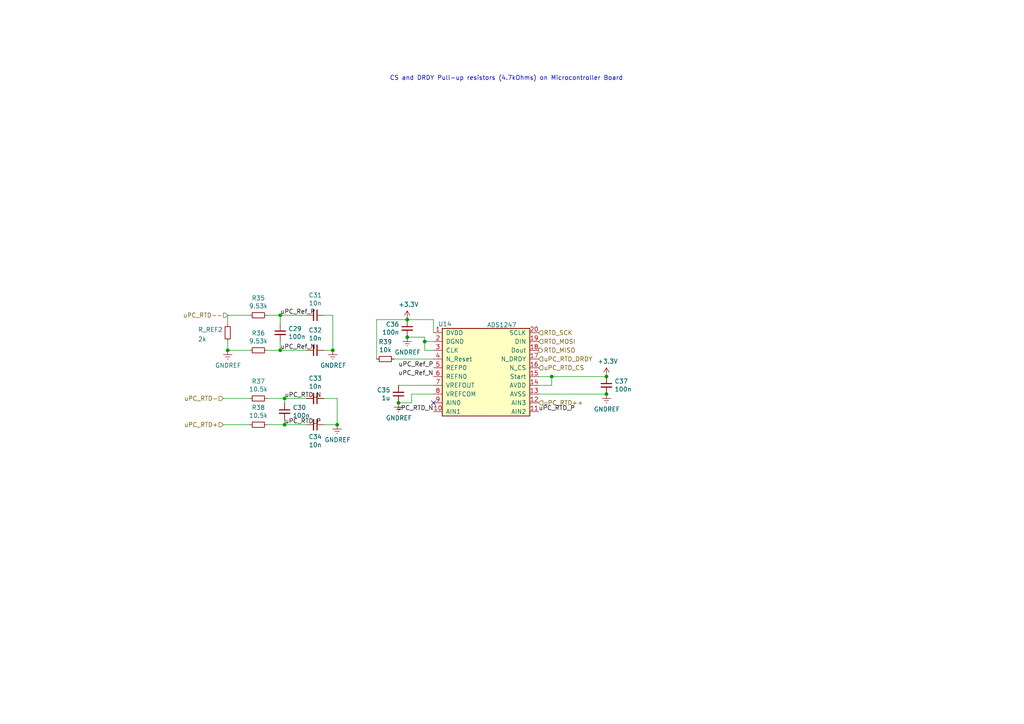
<source format=kicad_sch>
(kicad_sch (version 20250114) (generator "eeschema") (generator_version "9.0")
  (paper "A4")
  (lib_symbols
    (symbol "ADS1247_2" (pin_names (offset 1.016))
      (property "Reference" "U" (at -11.938 1.27 0))
      (property "Value" "ADS1247" (at 4.572 1.016 0))
      (symbol "ADS1247_2_0_1"
        (rectangle (start -12.7 0) (end 12.7 -25.4) (stroke (width 0.254)) (fill (type background)))
      )
      (symbol "ADS1247_2_1_1"
        (pin power_in line (at -15.24 -1.27 0) (length 2.54) (name "DVDD") (number "1"))
        (pin power_in line (at -15.24 -3.81 0) (length 2.54) (name "DGND") (number "2"))
        (pin input line (at -15.24 -6.35 0) (length 2.54) (name "CLK") (number "3"))
        (pin input line (at -15.24 -8.89 0) (length 2.54) (name "N_Reset") (number "4"))
        (pin bidirectional line (at -15.24 -11.43 0) (length 2.54) (name "REFP0") (number "5"))
        (pin bidirectional line (at -15.24 -13.97 0) (length 2.54) (name "REFN0") (number "6"))
        (pin output line (at -15.24 -16.51 0) (length 2.54) (name "VREFOUT") (number "7"))
        (pin power_in line (at -15.24 -19.05 0) (length 2.54) (name "VREFCOM") (number "8"))
        (pin input line (at -15.24 -21.59 0) (length 2.54) (name "AIN0") (number "9"))
        (pin input line (at -15.24 -24.13 0) (length 2.54) (name "AIN1") (number "10"))
        (pin input line (at 15.24 -1.27 180) (length 2.54) (name "SCLK") (number "20"))
        (pin input line (at 15.24 -3.81 180) (length 2.54) (name "DIN") (number "19"))
        (pin tri_state line (at 15.24 -6.35 180) (length 2.54) (name "Dout") (number "18"))
        (pin output line (at 15.24 -8.89 180) (length 2.54) (name "N_DRDY") (number "17"))
        (pin input line (at 15.24 -11.43 180) (length 2.54) (name "N_CS") (number "16"))
        (pin input line (at 15.24 -13.97 180) (length 2.54) (name "Start") (number "15"))
        (pin power_in line (at 15.24 -16.51 180) (length 2.54) (name "AVDD") (number "14"))
        (pin power_in line (at 15.24 -19.05 180) (length 2.54) (name "AVSS") (number "13"))
        (pin bidirectional line (at 15.24 -21.59 180) (length 2.54) (name "AIN3") (number "12"))
        (pin bidirectional line (at 15.24 -24.13 180) (length 2.54) (name "AIN2") (number "11"))
      )
    )
    (symbol "NYSEARCH:C_Small" (pin_numbers (hide yes)) (pin_names (offset 0.254) (hide yes))
      (property "Reference" "C" (at 0.254 1.778 0))
      (property "Value" "C_Small" (at 0.254 -2.032 0))
      (symbol "C_Small_0_1"
        (polyline (pts (xy -1.524 0.508) (xy 1.524 0.508)) (stroke (width 0.3048)))
        (polyline (pts (xy -1.524 -0.508) (xy 1.524 -0.508)) (stroke (width 0.3302)))
      )
      (symbol "C_Small_1_1"
        (pin passive line (at 0 2.54 270) (length 2.032) (name "~") (number "1"))
        (pin passive line (at 0 -2.54 90) (length 2.032) (name "~") (number "2"))
      )
    )
    (symbol "NYSEARCH:R_Small" (pin_numbers (hide yes)) (pin_names (offset 0.254) (hide yes))
      (property "Reference" "R" (at 0.762 0.508 0))
      (property "Value" "R_Small" (at 0.762 -1.016 0))
      (symbol "R_Small_0_1"
        (rectangle (start -0.762 1.778) (end 0.762 -1.778) (stroke (width 0.2032)))
      )
      (symbol "R_Small_1_1"
        (pin passive line (at 0 2.54 270) (length 0.762) (name "~") (number "1"))
        (pin passive line (at 0 -2.54 90) (length 0.762) (name "~") (number "2"))
      )
    )
    (symbol "power:+3.3V" (power) (pin_names (offset 0))
      (property "Value" "+3.3V" (at 0 3.556 0))
      (symbol "+3.3V_0_1"
        (polyline (pts (xy -0.762 1.27) (xy 0 2.54)))
        (polyline (pts (xy 0 2.54) (xy 0.762 1.27)))
        (polyline (pts (xy 0 0) (xy 0 2.54)))
      )
      (symbol "+3.3V_1_1"
        (pin power_in line (at 0 0 90) (length 0) (hide yes) (name "+3.3V") (number "1"))
      )
    )
    (symbol "power:GNDREF" (power) (pin_names (offset 0))
      (property "Value" "GNDREF" (at 0 -3.81 0))
      (symbol "GNDREF_0_1"
        (polyline (pts (xy -0.635 -1.905) (xy 0.635 -1.905)))
        (polyline (pts (xy -0.127 -2.54) (xy 0.127 -2.54)))
        (polyline (pts (xy 0 -1.27) (xy 0 0)))
        (polyline (pts (xy 1.27 -1.27) (xy -1.27 -1.27)))
      )
      (symbol "GNDREF_1_1"
        (pin power_in line (at 0 0 270) (length 0) (hide yes) (name "GNDREF") (number "1"))
      )
    )
  )
  (text "CS and DRDY Pull-up resistors (4.7kOhms) on Microcontroller Board" (at 113.03 23.495 0) (effects (font (size 1.27 1.27)) (justify left bottom)))
  (junction (at 118.11 92.71))
  (junction (at 96.52 101.6))
  (junction (at 175.895 114.3))
  (junction (at 115.57 116.84))
  (junction (at 82.55 115.57))
  (junction (at 123.19 99.06))
  (junction (at 66.04 101.6))
  (junction (at 82.55 123.19))
  (junction (at 97.79 123.19))
  (junction (at 118.11 97.79))
  (junction (at 175.895 109.22))
  (junction (at 160.02 109.22))
  (junction (at 81.28 91.44))
  (junction (at 81.28 101.6))
  (no_connect (at 125.73 116.84))
  (wire (pts (xy 82.55 116.84) (xy 82.55 115.57)))
  (wire (pts (xy 96.52 91.44) (xy 96.52 101.6)))
  (wire (pts (xy 66.04 91.44) (xy 66.04 93.98)))
  (wire (pts (xy 66.04 91.44) (xy 72.39 91.44)))
  (wire (pts (xy 109.22 104.14) (xy 109.22 92.71)))
  (wire (pts (xy 77.47 123.19) (xy 82.55 123.19)))
  (wire (pts (xy 93.98 115.57) (xy 97.79 115.57)))
  (wire (pts (xy 97.79 115.57) (xy 97.79 123.19)))
  (wire (pts (xy 109.22 92.71) (xy 118.11 92.71)))
  (wire (pts (xy 119.38 116.84) (xy 115.57 116.84)))
  (wire (pts (xy 81.28 91.44) (xy 77.47 91.44)))
  (wire (pts (xy 115.57 111.76) (xy 125.73 111.76)))
  (wire (pts (xy 156.21 109.22) (xy 160.02 109.22)))
  (wire (pts (xy 96.52 101.6) (xy 93.98 101.6)))
  (wire (pts (xy 66.04 99.06) (xy 66.04 101.6)))
  (wire (pts (xy 77.47 101.6) (xy 81.28 101.6)))
  (wire (pts (xy 119.38 114.3) (xy 119.38 116.84)))
  (wire (pts (xy 93.98 123.19) (xy 97.79 123.19)))
  (wire (pts (xy 175.895 109.22) (xy 160.02 109.22)))
  (wire (pts (xy 82.55 123.19) (xy 88.9 123.19)))
  (wire (pts (xy 160.02 109.22) (xy 160.02 111.76)))
  (wire (pts (xy 81.28 101.6) (xy 81.28 99.06)))
  (wire (pts (xy 81.28 93.98) (xy 81.28 91.44)))
  (wire (pts (xy 82.55 115.57) (xy 77.47 115.57)))
  (wire (pts (xy 125.73 96.52) (xy 125.73 92.71)))
  (wire (pts (xy 66.04 101.6) (xy 72.39 101.6)))
  (wire (pts (xy 156.21 111.76) (xy 160.02 111.76)))
  (wire (pts (xy 125.73 101.6) (xy 123.19 101.6)))
  (wire (pts (xy 93.98 91.44) (xy 96.52 91.44)))
  (wire (pts (xy 123.19 101.6) (xy 123.19 99.06)))
  (wire (pts (xy 123.19 99.06) (xy 123.19 97.79)))
  (wire (pts (xy 123.19 97.79) (xy 118.11 97.79)))
  (wire (pts (xy 118.11 92.71) (xy 125.73 92.71)))
  (wire (pts (xy 64.77 123.19) (xy 72.39 123.19)))
  (wire (pts (xy 88.9 115.57) (xy 82.55 115.57)))
  (wire (pts (xy 81.28 101.6) (xy 88.9 101.6)))
  (wire (pts (xy 82.55 123.19) (xy 82.55 121.92)))
  (wire (pts (xy 81.28 91.44) (xy 88.9 91.44)))
  (wire (pts (xy 123.19 99.06) (xy 125.73 99.06)))
  (wire (pts (xy 156.21 114.3) (xy 175.895 114.3)))
  (wire (pts (xy 125.73 114.3) (xy 119.38 114.3)))
  (wire (pts (xy 64.77 115.57) (xy 72.39 115.57)))
  (wire (pts (xy 125.73 104.14) (xy 114.3 104.14)))
  (label "uPC_Ref_N" (at 125.73 109.22 180))
  (label "uPC_RTD_P" (at 82.55 123.19 0))
  (label "uPC_Ref_P" (at 81.28 91.44 0))
  (label "uPC_Ref_P" (at 125.73 106.68 180))
  (label "uPC_RTD_N" (at 125.73 119.38 180))
  (label "uPC_Ref_N" (at 81.28 101.6 0))
  (label "uPC_RTD_N" (at 82.55 115.57 0))
  (label "uPC_RTD_P" (at 156.21 119.38 0))
  (hierarchical_label "RTD_SCK" (shape input) (at 156.21 96.52 0))
  (hierarchical_label "uPC_RTD_DRDY" (shape input) (at 156.21 104.14 0))
  (hierarchical_label "uPC_RTD+" (shape input) (at 64.77 123.19 180))
  (hierarchical_label "uPC_RTD++" (shape input) (at 156.21 116.84 0))
  (hierarchical_label "uPC_RTD_CS" (shape input) (at 156.21 106.68 0))
  (hierarchical_label "uPC_RTD--" (shape input) (at 66.04 91.44 180))
  (hierarchical_label "uPC_RTD-" (shape input) (at 64.77 115.57 180))
  (hierarchical_label "RTD_MISO" (shape output) (at 156.21 101.6 0))
  (hierarchical_label "RTD_MOSI" (shape input) (at 156.21 99.06 0))
  (symbol (lib_name "ADS1247_2") (lib_id "NYSEARCH:ADS1247") (at 140.97 95.25 0) (unit 1)
    (property "Reference" "U14" (at 129.032 93.98 0))
    (property "Value" "ADS1247" (at 145.542 94.234 0))
    (property "Footprint" "Package_SO:TSSOP-20_4.4x6.5mm_P0.65mm" (effects (hide yes)))
    (property "Datasheet" "https://www.ti.com/lit/ds/symlink/ads1247.pdf?ts=1642614479757&ref_url=https%253A%252F%252Fwww.ti.com%252Fproduct%252FADS1247" (effects (hide yes)))
    (property "MPN" "ADS1247IPW" (effects (hide yes)))
  )
  (symbol (lib_id "power:GNDREF") (at 115.57 116.84 0) (unit 1)
    (property "Reference" "#PWR048" (effects (hide yes)))
    (property "Value" "GNDREF" (at 115.697 121.2342 0))
  )
  (symbol (lib_id "NYSEARCH:R_Small") (at 74.93 123.19 270) (unit 1)
    (property "Reference" "R38" (at 74.93 118.2116 90))
    (property "Value" "10.5k" (at 74.93 120.523 90))
    (property "Footprint" "NYSEARCH:R_0603_1608Metric" (effects (hide yes)))
  )
  (symbol (lib_id "NYSEARCH:R_Small") (at 74.93 101.6 270) (unit 1)
    (property "Reference" "R36" (at 74.93 96.6216 90))
    (property "Value" "9.53k" (at 74.93 98.933 90))
    (property "Footprint" "NYSEARCH:R_0603_1608Metric" (effects (hide yes)))
  )
  (symbol (lib_id "NYSEARCH:R_Small") (at 74.93 91.44 270) (unit 1)
    (property "Reference" "R35" (at 74.93 86.4616 90))
    (property "Value" "9.53k" (at 74.93 88.773 90))
    (property "Footprint" "NYSEARCH:R_0603_1608Metric" (effects (hide yes)))
  )
  (symbol (lib_id "NYSEARCH:C_Small") (at 81.28 96.52 0) (unit 1)
    (property "Reference" "C29" (at 83.6168 95.3516 0) (effects (justify left)))
    (property "Value" "100n" (at 83.6168 97.663 0) (effects (justify left)))
    (property "Footprint" "NYSEARCH:C_0603_1608Metric_HandSolder" (effects (hide yes)))
  )
  (symbol (lib_id "NYSEARCH:R_Small") (at 74.93 115.57 270) (unit 1)
    (property "Reference" "R37" (at 74.93 110.5916 90))
    (property "Value" "10.5k" (at 74.93 112.903 90))
    (property "Footprint" "NYSEARCH:R_0603_1608Metric" (effects (hide yes)))
  )
  (symbol (lib_id "power:GNDREF") (at 97.79 123.19 0) (unit 1)
    (property "Reference" "#PWR047" (effects (hide yes)))
    (property "Value" "GNDREF" (at 97.917 127.5842 0))
  )
  (symbol (lib_id "NYSEARCH:C_Small") (at 82.55 119.38 0) (unit 1)
    (property "Reference" "C30" (at 84.8868 118.2116 0) (effects (justify left)))
    (property "Value" "100n" (at 84.8868 120.523 0) (effects (justify left)))
    (property "Footprint" "NYSEARCH:C_0603_1608Metric_HandSolder" (effects (hide yes)))
  )
  (symbol (lib_id "NYSEARCH:R_Small") (at 66.04 96.52 0) (unit 1)
    (property "Reference" "R_REF2" (at 57.4278 95.6115 0) (effects (justify left)))
    (property "Value" "2k" (at 57.4278 98.3866 0) (effects (justify left)))
    (property "Footprint" "NYSEARCH:R_0603_1608Metric" (effects (hide yes)))
  )
  (symbol (lib_id "power:GNDREF") (at 175.895 114.3 0) (unit 1)
    (property "Reference" "#PWR052" (effects (hide yes)))
    (property "Value" "GNDREF" (at 176.022 118.6942 0))
  )
  (symbol (lib_id "power:+3.3V") (at 118.11 92.71 0) (unit 1)
    (property "Reference" "#PWR049" (effects (hide yes)))
    (property "Value" "+3.3V" (at 118.491 88.3158 0))
  )
  (symbol (lib_id "power:GNDREF") (at 118.11 97.79 0) (unit 1)
    (property "Reference" "#PWR050" (effects (hide yes)))
    (property "Value" "GNDREF" (at 118.237 102.1842 0))
  )
  (symbol (lib_id "NYSEARCH:R_Small") (at 111.76 104.14 90) (mirror x) (unit 1)
    (property "Reference" "R39" (at 111.76 99.1616 90))
    (property "Value" "10k" (at 111.76 101.473 90))
    (property "Footprint" "NYSEARCH:R_0603_1608Metric" (effects (hide yes)))
  )
  (symbol (lib_id "NYSEARCH:C_Small") (at 91.44 91.44 270) (unit 1)
    (property "Reference" "C31" (at 91.44 85.6234 90))
    (property "Value" "10n" (at 91.44 87.9348 90))
    (property "Footprint" "NYSEARCH:C_0603_1608Metric_HandSolder" (effects (hide yes)))
  )
  (symbol (lib_id "NYSEARCH:C_Small") (at 91.44 115.57 270) (unit 1)
    (property "Reference" "C33" (at 91.44 109.7534 90))
    (property "Value" "10n" (at 91.44 112.0648 90))
    (property "Footprint" "NYSEARCH:C_0603_1608Metric_HandSolder" (effects (hide yes)))
  )
  (symbol (lib_id "NYSEARCH:C_Small") (at 115.57 114.3 0) (mirror x) (unit 1)
    (property "Reference" "C35" (at 113.2332 113.1316 0) (effects (justify right)))
    (property "Value" "1u" (at 113.2332 115.443 0) (effects (justify right)))
    (property "Footprint" "NYSEARCH:C_0603_1608Metric_HandSolder" (effects (hide yes)))
  )
  (symbol (lib_id "NYSEARCH:C_Small") (at 118.11 95.25 0) (unit 1)
    (property "Reference" "C36" (at 115.7986 94.0816 0) (effects (justify right)))
    (property "Value" "100n" (at 115.7986 96.393 0) (effects (justify right)))
    (property "Footprint" "NYSEARCH:C_0603_1608Metric_HandSolder" (effects (hide yes)))
  )
  (symbol (lib_id "NYSEARCH:C_Small") (at 175.895 111.76 0) (unit 1)
    (property "Reference" "C37" (at 178.2318 110.5916 0) (effects (justify left)))
    (property "Value" "100n" (at 178.2318 112.903 0) (effects (justify left)))
    (property "Footprint" "NYSEARCH:C_0603_1608Metric_HandSolder" (effects (hide yes)))
  )
  (symbol (lib_id "power:+3.3V") (at 175.895 109.22 0) (unit 1)
    (property "Reference" "#PWR051" (effects (hide yes)))
    (property "Value" "+3.3V" (at 176.276 104.8258 0))
  )
  (symbol (lib_id "NYSEARCH:C_Small") (at 91.44 101.6 90) (unit 1)
    (property "Reference" "C32" (at 91.44 95.7834 90))
    (property "Value" "10n" (at 91.44 98.0948 90))
    (property "Footprint" "NYSEARCH:C_0603_1608Metric_HandSolder" (effects (hide yes)))
  )
  (symbol (lib_id "power:GNDREF") (at 96.52 101.6 0) (unit 1)
    (property "Reference" "#PWR046" (effects (hide yes)))
    (property "Value" "GNDREF" (at 96.647 105.9942 0))
  )
  (symbol (lib_id "power:GNDREF") (at 66.04 101.6 0) (unit 1)
    (property "Reference" "#PWR045" (effects (hide yes)))
    (property "Value" "GNDREF" (at 66.167 105.9942 0))
  )
  (symbol (lib_id "NYSEARCH:C_Small") (at 91.44 123.19 270) (unit 1)
    (property "Reference" "C34" (at 91.44 126.6952 90))
    (property "Value" "10n" (at 91.44 129.0574 90))
    (property "Footprint" "NYSEARCH:C_0603_1608Metric_HandSolder" (effects (hide yes)))
  )
)
</source>
